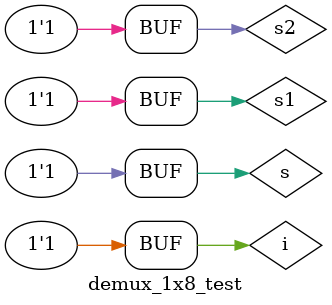
<source format=v>
`timescale 1ns / 1ps

module demux_1x8_test;

	// Inputs
	reg i;
	reg s;
	reg s1;
	reg s2;

	// Outputs
	wire a;
	wire b;
	wire c;
	wire d;
	wire e;
	wire f;
	wire g;
	wire h;

	// Instantiate the Unit Under Test (UUT)
	demux_1x8 uut (
		.i(i),
		.s(s),
		.s1(s1),
		.s2(s2),
		.a(a),
		.b(b),
		.c(c),
		.d(d),
		.e(e),
		.f(f),
		.g(g),
		.h(h)
	);

	initial begin
		// Initialize Inputs
		i = 0;
		s = 0;
		s1 = 0;
		s2 = 0;

		// Wait 100 ns for global reset to finish
		#50;
      repeat(15)
		begin
		s2 = s2 ^ (s1 & s & i);
		s1 = s1 ^ (s & i);
		s = s ^ i;
		i = i ^ 1;
		#50;
		end

	end

endmodule

</source>
